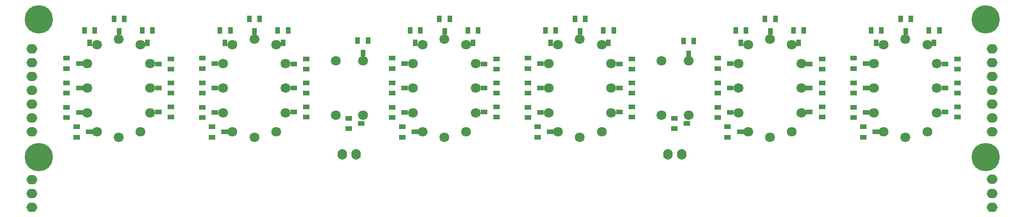
<source format=gbr>
G04 DipTrace 3.1.0.1*
G04 Top-Clock-IN12c.BottomMask.gbr*
%MOIN*%
G04 #@! TF.FileFunction,Soldermask,Bot*
G04 #@! TF.Part,Single*
%ADD46R,0.033622X0.04937*%
%ADD48R,0.04937X0.033622*%
%ADD50C,0.204882*%
%ADD52C,0.071024*%
%ADD54O,0.068031X0.078031*%
%ADD56O,0.078031X0.068031*%
%FSLAX26Y26*%
G04*
G70*
G90*
G75*
G01*
G04 BotMask*
%LPD*%
D56*
X472756Y1531417D3*
Y1631417D3*
Y1331417D3*
Y1431417D3*
Y1131417D3*
Y1031417D3*
Y1231417D3*
Y684567D3*
Y484567D3*
Y584567D3*
D54*
X2812520Y866457D3*
X2712520D3*
X5162126D3*
X5062126D3*
D56*
X7401890Y1531417D3*
Y1631417D3*
Y1331417D3*
Y1431417D3*
Y1131417D3*
Y1031417D3*
Y1231417D3*
Y684961D3*
Y484567D3*
Y584567D3*
D52*
X2664094Y1542047D3*
X2860945D3*
X2664094Y1148346D3*
X2860945D3*
X5013701Y1542047D3*
X5210551D3*
X5013701Y1148346D3*
X5210551D3*
X1098740Y1699528D3*
X1325118Y1345197D3*
Y1522362D3*
X1098740Y990866D3*
X1325118Y1168031D3*
X1256220Y1030236D3*
Y1660157D3*
X941260D3*
X872362Y1522362D3*
Y1345197D3*
Y1168031D3*
X941260Y1030236D3*
X2076693Y1699528D3*
X2303071Y1345197D3*
Y1522362D3*
X2076693Y990866D3*
X2303071Y1168031D3*
X2234173Y1030236D3*
Y1660157D3*
X1919213D3*
X1850315Y1522362D3*
Y1345197D3*
Y1168031D3*
X1919213Y1030236D3*
X3448346Y1699528D3*
X3674724Y1345197D3*
Y1522362D3*
X3448346Y990866D3*
X3674724Y1168031D3*
X3605827Y1030236D3*
Y1660157D3*
X3290866D3*
X3221969Y1522362D3*
Y1345197D3*
Y1168031D3*
X3290866Y1030236D3*
X4426299Y1699528D3*
X4652677Y1345197D3*
Y1522362D3*
X4426299Y990866D3*
X4652677Y1168031D3*
X4583780Y1030236D3*
Y1660157D3*
X4268819D3*
X4199921Y1522362D3*
Y1345197D3*
Y1168031D3*
X4268819Y1030236D3*
X5797953Y1699528D3*
X6024331Y1345197D3*
Y1522362D3*
X5797953Y990866D3*
X6024331Y1168031D3*
X5955433Y1030236D3*
Y1660157D3*
X5640472D3*
X5571575Y1522362D3*
Y1345197D3*
Y1168031D3*
X5640472Y1030236D3*
X6775906Y1699528D3*
X7002283Y1345197D3*
Y1522362D3*
X6775906Y990866D3*
X7002283Y1168031D3*
X6933386Y1030236D3*
Y1660157D3*
X6618425D3*
X6549528Y1522362D3*
Y1345197D3*
Y1168031D3*
X6618425Y1030236D3*
D50*
X520000Y1842835D3*
Y846772D3*
X7354646Y1842835D3*
Y846772D3*
D48*
X7151672Y1557795D3*
Y1482992D3*
X7061121Y1520394D3*
X7151672Y1384567D3*
Y1309764D3*
X7061121Y1347165D3*
X7151672Y1211339D3*
Y1136535D3*
X7061121Y1173937D3*
D46*
X6945197Y1764270D3*
X7020000D3*
X6982598Y1673719D3*
X6740472Y1846948D3*
X6815276D3*
X6777874Y1756396D3*
X6527874Y1764270D3*
X6602677D3*
X6565276Y1673719D3*
D48*
X6471005Y990866D3*
Y1065669D3*
X6561556Y1028268D3*
X6400139Y1486929D3*
Y1561732D3*
X6490690Y1524331D3*
X6400139Y1309764D3*
Y1384567D3*
X6490690Y1347165D3*
X6400139Y1132598D3*
Y1207402D3*
X6490690Y1170000D3*
X6173719Y1557795D3*
Y1482992D3*
X6083168Y1520394D3*
X6173719Y1384567D3*
Y1309764D3*
X6083168Y1347165D3*
X6173719Y1211339D3*
Y1136535D3*
X6083168Y1173937D3*
D46*
X5967244Y1764270D3*
X6042047D3*
X6004646Y1673719D3*
X5762520Y1846948D3*
X5837323D3*
X5799921Y1756396D3*
X5549921Y1764270D3*
X5624724D3*
X5587323Y1673719D3*
D48*
X5493052Y990866D3*
Y1065669D3*
X5583604Y1028268D3*
X5422186Y1486929D3*
Y1561732D3*
X5512738Y1524331D3*
X5422186Y1309764D3*
Y1384567D3*
X5512738Y1347165D3*
X5422186Y1132598D3*
Y1207402D3*
X5512738Y1170000D3*
D46*
X5173543Y1685354D3*
X5248346D3*
X5210945Y1594803D3*
D48*
X5108189Y1051496D3*
Y1126299D3*
X5198740Y1088898D3*
X4802066Y1557795D3*
Y1482992D3*
X4711514Y1520394D3*
X4802066Y1384567D3*
Y1309764D3*
X4711514Y1347165D3*
X4802066Y1211339D3*
Y1136535D3*
X4711514Y1173937D3*
D46*
X4595591Y1764270D3*
X4670394D3*
X4632992Y1673719D3*
X4390866Y1846948D3*
X4465669D3*
X4428268Y1756396D3*
X4178268Y1764270D3*
X4253071D3*
X4215669Y1673719D3*
D48*
X4121399Y990866D3*
Y1065669D3*
X4211950Y1028268D3*
X4050533Y1486929D3*
Y1561732D3*
X4141084Y1524331D3*
X4050533Y1309764D3*
Y1384567D3*
X4141084Y1347165D3*
X4050533Y1132598D3*
Y1207402D3*
X4141084Y1170000D3*
X3824113Y1557795D3*
Y1482992D3*
X3733562Y1520394D3*
X3824113Y1384567D3*
Y1309764D3*
X3733562Y1347165D3*
X3824113Y1211339D3*
Y1136535D3*
X3733562Y1173937D3*
D46*
X3617638Y1764270D3*
X3692441D3*
X3655039Y1673719D3*
X3412913Y1846948D3*
X3487717D3*
X3450315Y1756396D3*
X3200315Y1764270D3*
X3275118D3*
X3237717Y1673719D3*
D48*
X3143446Y990866D3*
Y1065669D3*
X3233997Y1028268D3*
X3072580Y1486929D3*
Y1561732D3*
X3163131Y1524331D3*
X3072580Y1309764D3*
Y1384567D3*
X3163131Y1347165D3*
X3072580Y1132598D3*
Y1207402D3*
X3163131Y1170000D3*
D46*
X2823150Y1689291D3*
X2897953D3*
X2860551Y1598740D3*
D48*
X2758583Y1051496D3*
Y1126299D3*
X2849134Y1088898D3*
X2452459Y1557795D3*
Y1482992D3*
X2361908Y1520394D3*
X2452459Y1384567D3*
Y1309764D3*
X2361908Y1347165D3*
X2452459Y1211339D3*
Y1136535D3*
X2361908Y1173937D3*
D46*
X2245984Y1764270D3*
X2320787D3*
X2283386Y1673719D3*
X2041260Y1846948D3*
X2116063D3*
X2078661Y1756396D3*
X1828661Y1764270D3*
X1903465D3*
X1866063Y1673719D3*
D48*
X1771793Y990866D3*
Y1065669D3*
X1862344Y1028268D3*
X1700927Y1486929D3*
Y1561732D3*
X1791478Y1524331D3*
X1700927Y1309764D3*
Y1384567D3*
X1791478Y1347165D3*
X1700927Y1132598D3*
Y1207402D3*
X1791478Y1170000D3*
X1474507Y1557795D3*
Y1482992D3*
X1383955Y1520394D3*
X1474507Y1384567D3*
Y1309764D3*
X1383955Y1347165D3*
X1474507Y1211339D3*
Y1136535D3*
X1383955Y1173937D3*
D46*
X1268031Y1764270D3*
X1342835D3*
X1305433Y1673719D3*
X1063307Y1846948D3*
X1138110D3*
X1100709Y1756396D3*
X850709Y1764270D3*
X925512D3*
X888110Y1673719D3*
D48*
X793840Y990866D3*
Y1065669D3*
X884391Y1028268D3*
X722974Y1486929D3*
Y1561732D3*
X813525Y1524331D3*
X722974Y1309764D3*
Y1384567D3*
X813525Y1347165D3*
X722974Y1132598D3*
Y1207402D3*
X813525Y1170000D3*
M02*

</source>
